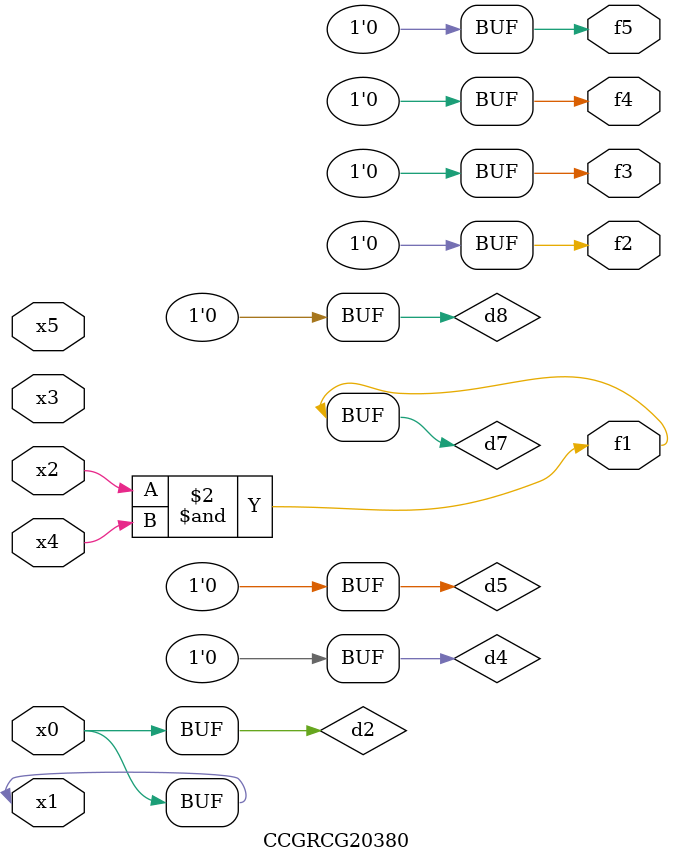
<source format=v>
module CCGRCG20380(
	input x0, x1, x2, x3, x4, x5,
	output f1, f2, f3, f4, f5
);

	wire d1, d2, d3, d4, d5, d6, d7, d8, d9;

	nand (d1, x1);
	buf (d2, x0, x1);
	nand (d3, x2, x4);
	and (d4, d1, d2);
	and (d5, d1, d2);
	nand (d6, d1, d3);
	not (d7, d3);
	xor (d8, d5);
	nor (d9, d5, d6);
	assign f1 = d7;
	assign f2 = d8;
	assign f3 = d8;
	assign f4 = d8;
	assign f5 = d8;
endmodule

</source>
